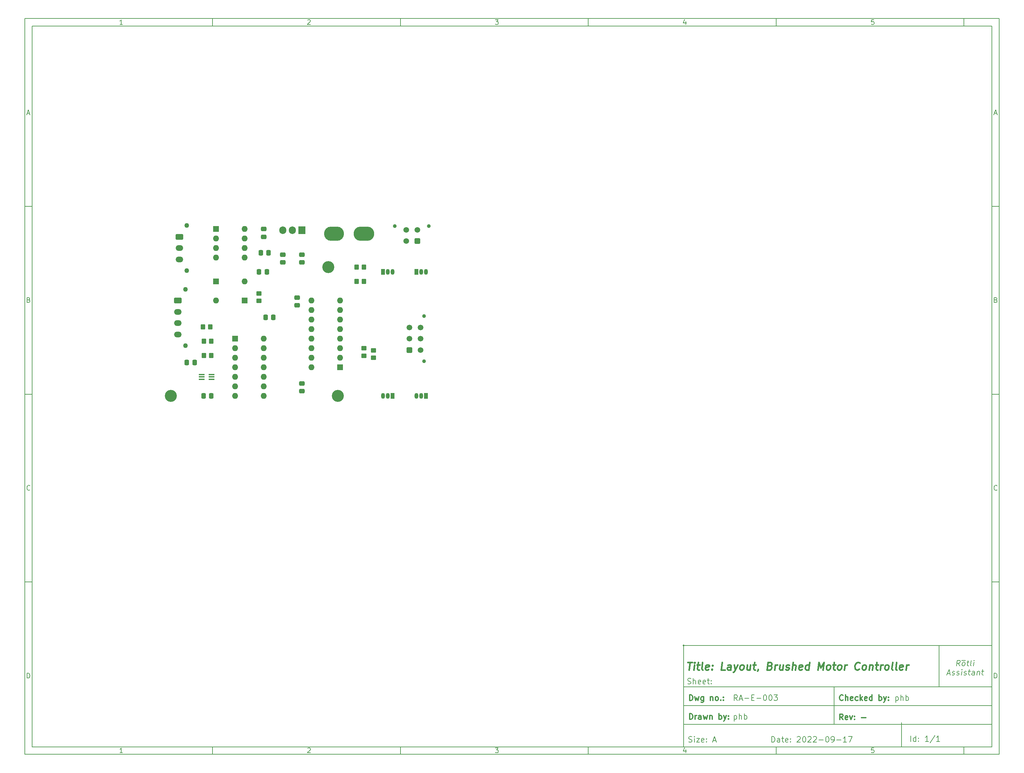
<source format=gbr>
%TF.GenerationSoftware,KiCad,Pcbnew,(6.0.7)*%
%TF.CreationDate,2022-09-17T11:26:47-05:00*%
%TF.ProjectId,BrushlessController,42727573-686c-4657-9373-436f6e74726f,-*%
%TF.SameCoordinates,Original*%
%TF.FileFunction,Soldermask,Top*%
%TF.FilePolarity,Negative*%
%FSLAX46Y46*%
G04 Gerber Fmt 4.6, Leading zero omitted, Abs format (unit mm)*
G04 Created by KiCad (PCBNEW (6.0.7)) date 2022-09-17 11:26:47*
%MOMM*%
%LPD*%
G01*
G04 APERTURE LIST*
G04 Aperture macros list*
%AMRoundRect*
0 Rectangle with rounded corners*
0 $1 Rounding radius*
0 $2 $3 $4 $5 $6 $7 $8 $9 X,Y pos of 4 corners*
0 Add a 4 corners polygon primitive as box body*
4,1,4,$2,$3,$4,$5,$6,$7,$8,$9,$2,$3,0*
0 Add four circle primitives for the rounded corners*
1,1,$1+$1,$2,$3*
1,1,$1+$1,$4,$5*
1,1,$1+$1,$6,$7*
1,1,$1+$1,$8,$9*
0 Add four rect primitives between the rounded corners*
20,1,$1+$1,$2,$3,$4,$5,0*
20,1,$1+$1,$4,$5,$6,$7,0*
20,1,$1+$1,$6,$7,$8,$9,0*
20,1,$1+$1,$8,$9,$2,$3,0*%
G04 Aperture macros list end*
%ADD10C,0.100000*%
%ADD11C,0.150000*%
%ADD12C,0.300000*%
%ADD13C,0.400000*%
%ADD14C,0.508000*%
%ADD15C,3.200000*%
%ADD16R,1.600000X1.600000*%
%ADD17O,1.600000X1.600000*%
%ADD18RoundRect,0.250000X-0.337500X-0.475000X0.337500X-0.475000X0.337500X0.475000X-0.337500X0.475000X0*%
%ADD19RoundRect,0.250000X0.475000X-0.337500X0.475000X0.337500X-0.475000X0.337500X-0.475000X-0.337500X0*%
%ADD20R,1.050000X1.500000*%
%ADD21O,1.050000X1.500000*%
%ADD22RoundRect,0.250000X-0.475000X0.337500X-0.475000X-0.337500X0.475000X-0.337500X0.475000X0.337500X0*%
%ADD23O,5.500000X3.800000*%
%ADD24O,5.300000X3.800000*%
%ADD25RoundRect,0.250000X-0.350000X-0.450000X0.350000X-0.450000X0.350000X0.450000X-0.350000X0.450000X0*%
%ADD26RoundRect,0.250000X-0.450000X0.350000X-0.450000X-0.350000X0.450000X-0.350000X0.450000X0.350000X0*%
%ADD27C,1.270000*%
%ADD28RoundRect,0.250001X-0.759999X0.499999X-0.759999X-0.499999X0.759999X-0.499999X0.759999X0.499999X0*%
%ADD29O,2.020000X1.500000*%
%ADD30C,1.000000*%
%ADD31RoundRect,0.250001X0.499999X0.499999X-0.499999X0.499999X-0.499999X-0.499999X0.499999X-0.499999X0*%
%ADD32C,1.500000*%
%ADD33RoundRect,0.250000X0.350000X0.450000X-0.350000X0.450000X-0.350000X-0.450000X0.350000X-0.450000X0*%
%ADD34RoundRect,0.250001X0.499999X-0.499999X0.499999X0.499999X-0.499999X0.499999X-0.499999X-0.499999X0*%
%ADD35R,1.500000X0.400000*%
%ADD36RoundRect,0.250000X0.450000X-0.350000X0.450000X0.350000X-0.450000X0.350000X-0.450000X-0.350000X0*%
%ADD37R,1.905000X2.000000*%
%ADD38O,1.905000X2.000000*%
%ADD39RoundRect,0.250000X0.337500X0.475000X-0.337500X0.475000X-0.337500X-0.475000X0.337500X-0.475000X0*%
G04 APERTURE END LIST*
D10*
D11*
X10000000Y-10000000D02*
X10000000Y-205900000D01*
X269400000Y-205900000D01*
X269400000Y-10000000D01*
X10000000Y-10000000D01*
D10*
D11*
X12000000Y-12000000D02*
X12000000Y-203900000D01*
X267400000Y-203900000D01*
X267400000Y-12000000D01*
X12000000Y-12000000D01*
D10*
D11*
X60000000Y-12000000D02*
X60000000Y-10000000D01*
D10*
D11*
X110000000Y-12000000D02*
X110000000Y-10000000D01*
D10*
D11*
X160000000Y-12000000D02*
X160000000Y-10000000D01*
D10*
D11*
X210000000Y-12000000D02*
X210000000Y-10000000D01*
D10*
D11*
X260000000Y-12000000D02*
X260000000Y-10000000D01*
D10*
D11*
X36065476Y-11588095D02*
X35322619Y-11588095D01*
X35694047Y-11588095D02*
X35694047Y-10288095D01*
X35570238Y-10473809D01*
X35446428Y-10597619D01*
X35322619Y-10659523D01*
D10*
D11*
X85322619Y-10411904D02*
X85384523Y-10350000D01*
X85508333Y-10288095D01*
X85817857Y-10288095D01*
X85941666Y-10350000D01*
X86003571Y-10411904D01*
X86065476Y-10535714D01*
X86065476Y-10659523D01*
X86003571Y-10845238D01*
X85260714Y-11588095D01*
X86065476Y-11588095D01*
D10*
D11*
X135260714Y-10288095D02*
X136065476Y-10288095D01*
X135632142Y-10783333D01*
X135817857Y-10783333D01*
X135941666Y-10845238D01*
X136003571Y-10907142D01*
X136065476Y-11030952D01*
X136065476Y-11340476D01*
X136003571Y-11464285D01*
X135941666Y-11526190D01*
X135817857Y-11588095D01*
X135446428Y-11588095D01*
X135322619Y-11526190D01*
X135260714Y-11464285D01*
D10*
D11*
X185941666Y-10721428D02*
X185941666Y-11588095D01*
X185632142Y-10226190D02*
X185322619Y-11154761D01*
X186127380Y-11154761D01*
D10*
D11*
X236003571Y-10288095D02*
X235384523Y-10288095D01*
X235322619Y-10907142D01*
X235384523Y-10845238D01*
X235508333Y-10783333D01*
X235817857Y-10783333D01*
X235941666Y-10845238D01*
X236003571Y-10907142D01*
X236065476Y-11030952D01*
X236065476Y-11340476D01*
X236003571Y-11464285D01*
X235941666Y-11526190D01*
X235817857Y-11588095D01*
X235508333Y-11588095D01*
X235384523Y-11526190D01*
X235322619Y-11464285D01*
D10*
D11*
X60000000Y-203900000D02*
X60000000Y-205900000D01*
D10*
D11*
X110000000Y-203900000D02*
X110000000Y-205900000D01*
D10*
D11*
X160000000Y-203900000D02*
X160000000Y-205900000D01*
D10*
D11*
X210000000Y-203900000D02*
X210000000Y-205900000D01*
D10*
D11*
X260000000Y-203900000D02*
X260000000Y-205900000D01*
D10*
D11*
X36065476Y-205488095D02*
X35322619Y-205488095D01*
X35694047Y-205488095D02*
X35694047Y-204188095D01*
X35570238Y-204373809D01*
X35446428Y-204497619D01*
X35322619Y-204559523D01*
D10*
D11*
X85322619Y-204311904D02*
X85384523Y-204250000D01*
X85508333Y-204188095D01*
X85817857Y-204188095D01*
X85941666Y-204250000D01*
X86003571Y-204311904D01*
X86065476Y-204435714D01*
X86065476Y-204559523D01*
X86003571Y-204745238D01*
X85260714Y-205488095D01*
X86065476Y-205488095D01*
D10*
D11*
X135260714Y-204188095D02*
X136065476Y-204188095D01*
X135632142Y-204683333D01*
X135817857Y-204683333D01*
X135941666Y-204745238D01*
X136003571Y-204807142D01*
X136065476Y-204930952D01*
X136065476Y-205240476D01*
X136003571Y-205364285D01*
X135941666Y-205426190D01*
X135817857Y-205488095D01*
X135446428Y-205488095D01*
X135322619Y-205426190D01*
X135260714Y-205364285D01*
D10*
D11*
X185941666Y-204621428D02*
X185941666Y-205488095D01*
X185632142Y-204126190D02*
X185322619Y-205054761D01*
X186127380Y-205054761D01*
D10*
D11*
X236003571Y-204188095D02*
X235384523Y-204188095D01*
X235322619Y-204807142D01*
X235384523Y-204745238D01*
X235508333Y-204683333D01*
X235817857Y-204683333D01*
X235941666Y-204745238D01*
X236003571Y-204807142D01*
X236065476Y-204930952D01*
X236065476Y-205240476D01*
X236003571Y-205364285D01*
X235941666Y-205426190D01*
X235817857Y-205488095D01*
X235508333Y-205488095D01*
X235384523Y-205426190D01*
X235322619Y-205364285D01*
D10*
D11*
X10000000Y-60000000D02*
X12000000Y-60000000D01*
D10*
D11*
X10000000Y-110000000D02*
X12000000Y-110000000D01*
D10*
D11*
X10000000Y-160000000D02*
X12000000Y-160000000D01*
D10*
D11*
X10690476Y-35216666D02*
X11309523Y-35216666D01*
X10566666Y-35588095D02*
X11000000Y-34288095D01*
X11433333Y-35588095D01*
D10*
D11*
X11092857Y-84907142D02*
X11278571Y-84969047D01*
X11340476Y-85030952D01*
X11402380Y-85154761D01*
X11402380Y-85340476D01*
X11340476Y-85464285D01*
X11278571Y-85526190D01*
X11154761Y-85588095D01*
X10659523Y-85588095D01*
X10659523Y-84288095D01*
X11092857Y-84288095D01*
X11216666Y-84350000D01*
X11278571Y-84411904D01*
X11340476Y-84535714D01*
X11340476Y-84659523D01*
X11278571Y-84783333D01*
X11216666Y-84845238D01*
X11092857Y-84907142D01*
X10659523Y-84907142D01*
D10*
D11*
X11402380Y-135464285D02*
X11340476Y-135526190D01*
X11154761Y-135588095D01*
X11030952Y-135588095D01*
X10845238Y-135526190D01*
X10721428Y-135402380D01*
X10659523Y-135278571D01*
X10597619Y-135030952D01*
X10597619Y-134845238D01*
X10659523Y-134597619D01*
X10721428Y-134473809D01*
X10845238Y-134350000D01*
X11030952Y-134288095D01*
X11154761Y-134288095D01*
X11340476Y-134350000D01*
X11402380Y-134411904D01*
D10*
D11*
X10659523Y-185588095D02*
X10659523Y-184288095D01*
X10969047Y-184288095D01*
X11154761Y-184350000D01*
X11278571Y-184473809D01*
X11340476Y-184597619D01*
X11402380Y-184845238D01*
X11402380Y-185030952D01*
X11340476Y-185278571D01*
X11278571Y-185402380D01*
X11154761Y-185526190D01*
X10969047Y-185588095D01*
X10659523Y-185588095D01*
D10*
D11*
X269400000Y-60000000D02*
X267400000Y-60000000D01*
D10*
D11*
X269400000Y-110000000D02*
X267400000Y-110000000D01*
D10*
D11*
X269400000Y-160000000D02*
X267400000Y-160000000D01*
D10*
D11*
X268090476Y-35216666D02*
X268709523Y-35216666D01*
X267966666Y-35588095D02*
X268400000Y-34288095D01*
X268833333Y-35588095D01*
D10*
D11*
X268492857Y-84907142D02*
X268678571Y-84969047D01*
X268740476Y-85030952D01*
X268802380Y-85154761D01*
X268802380Y-85340476D01*
X268740476Y-85464285D01*
X268678571Y-85526190D01*
X268554761Y-85588095D01*
X268059523Y-85588095D01*
X268059523Y-84288095D01*
X268492857Y-84288095D01*
X268616666Y-84350000D01*
X268678571Y-84411904D01*
X268740476Y-84535714D01*
X268740476Y-84659523D01*
X268678571Y-84783333D01*
X268616666Y-84845238D01*
X268492857Y-84907142D01*
X268059523Y-84907142D01*
D10*
D11*
X268802380Y-135464285D02*
X268740476Y-135526190D01*
X268554761Y-135588095D01*
X268430952Y-135588095D01*
X268245238Y-135526190D01*
X268121428Y-135402380D01*
X268059523Y-135278571D01*
X267997619Y-135030952D01*
X267997619Y-134845238D01*
X268059523Y-134597619D01*
X268121428Y-134473809D01*
X268245238Y-134350000D01*
X268430952Y-134288095D01*
X268554761Y-134288095D01*
X268740476Y-134350000D01*
X268802380Y-134411904D01*
D10*
D11*
X268059523Y-185588095D02*
X268059523Y-184288095D01*
X268369047Y-184288095D01*
X268554761Y-184350000D01*
X268678571Y-184473809D01*
X268740476Y-184597619D01*
X268802380Y-184845238D01*
X268802380Y-185030952D01*
X268740476Y-185278571D01*
X268678571Y-185402380D01*
X268554761Y-185526190D01*
X268369047Y-185588095D01*
X268059523Y-185588095D01*
D10*
D11*
X208832142Y-202678371D02*
X208832142Y-201178371D01*
X209189285Y-201178371D01*
X209403571Y-201249800D01*
X209546428Y-201392657D01*
X209617857Y-201535514D01*
X209689285Y-201821228D01*
X209689285Y-202035514D01*
X209617857Y-202321228D01*
X209546428Y-202464085D01*
X209403571Y-202606942D01*
X209189285Y-202678371D01*
X208832142Y-202678371D01*
X210975000Y-202678371D02*
X210975000Y-201892657D01*
X210903571Y-201749800D01*
X210760714Y-201678371D01*
X210475000Y-201678371D01*
X210332142Y-201749800D01*
X210975000Y-202606942D02*
X210832142Y-202678371D01*
X210475000Y-202678371D01*
X210332142Y-202606942D01*
X210260714Y-202464085D01*
X210260714Y-202321228D01*
X210332142Y-202178371D01*
X210475000Y-202106942D01*
X210832142Y-202106942D01*
X210975000Y-202035514D01*
X211475000Y-201678371D02*
X212046428Y-201678371D01*
X211689285Y-201178371D02*
X211689285Y-202464085D01*
X211760714Y-202606942D01*
X211903571Y-202678371D01*
X212046428Y-202678371D01*
X213117857Y-202606942D02*
X212975000Y-202678371D01*
X212689285Y-202678371D01*
X212546428Y-202606942D01*
X212475000Y-202464085D01*
X212475000Y-201892657D01*
X212546428Y-201749800D01*
X212689285Y-201678371D01*
X212975000Y-201678371D01*
X213117857Y-201749800D01*
X213189285Y-201892657D01*
X213189285Y-202035514D01*
X212475000Y-202178371D01*
X213832142Y-202535514D02*
X213903571Y-202606942D01*
X213832142Y-202678371D01*
X213760714Y-202606942D01*
X213832142Y-202535514D01*
X213832142Y-202678371D01*
X213832142Y-201749800D02*
X213903571Y-201821228D01*
X213832142Y-201892657D01*
X213760714Y-201821228D01*
X213832142Y-201749800D01*
X213832142Y-201892657D01*
X215617857Y-201321228D02*
X215689285Y-201249800D01*
X215832142Y-201178371D01*
X216189285Y-201178371D01*
X216332142Y-201249800D01*
X216403571Y-201321228D01*
X216475000Y-201464085D01*
X216475000Y-201606942D01*
X216403571Y-201821228D01*
X215546428Y-202678371D01*
X216475000Y-202678371D01*
X217403571Y-201178371D02*
X217546428Y-201178371D01*
X217689285Y-201249800D01*
X217760714Y-201321228D01*
X217832142Y-201464085D01*
X217903571Y-201749800D01*
X217903571Y-202106942D01*
X217832142Y-202392657D01*
X217760714Y-202535514D01*
X217689285Y-202606942D01*
X217546428Y-202678371D01*
X217403571Y-202678371D01*
X217260714Y-202606942D01*
X217189285Y-202535514D01*
X217117857Y-202392657D01*
X217046428Y-202106942D01*
X217046428Y-201749800D01*
X217117857Y-201464085D01*
X217189285Y-201321228D01*
X217260714Y-201249800D01*
X217403571Y-201178371D01*
X218475000Y-201321228D02*
X218546428Y-201249800D01*
X218689285Y-201178371D01*
X219046428Y-201178371D01*
X219189285Y-201249800D01*
X219260714Y-201321228D01*
X219332142Y-201464085D01*
X219332142Y-201606942D01*
X219260714Y-201821228D01*
X218403571Y-202678371D01*
X219332142Y-202678371D01*
X219903571Y-201321228D02*
X219975000Y-201249800D01*
X220117857Y-201178371D01*
X220475000Y-201178371D01*
X220617857Y-201249800D01*
X220689285Y-201321228D01*
X220760714Y-201464085D01*
X220760714Y-201606942D01*
X220689285Y-201821228D01*
X219832142Y-202678371D01*
X220760714Y-202678371D01*
X221403571Y-202106942D02*
X222546428Y-202106942D01*
X223546428Y-201178371D02*
X223689285Y-201178371D01*
X223832142Y-201249800D01*
X223903571Y-201321228D01*
X223975000Y-201464085D01*
X224046428Y-201749800D01*
X224046428Y-202106942D01*
X223975000Y-202392657D01*
X223903571Y-202535514D01*
X223832142Y-202606942D01*
X223689285Y-202678371D01*
X223546428Y-202678371D01*
X223403571Y-202606942D01*
X223332142Y-202535514D01*
X223260714Y-202392657D01*
X223189285Y-202106942D01*
X223189285Y-201749800D01*
X223260714Y-201464085D01*
X223332142Y-201321228D01*
X223403571Y-201249800D01*
X223546428Y-201178371D01*
X224760714Y-202678371D02*
X225046428Y-202678371D01*
X225189285Y-202606942D01*
X225260714Y-202535514D01*
X225403571Y-202321228D01*
X225475000Y-202035514D01*
X225475000Y-201464085D01*
X225403571Y-201321228D01*
X225332142Y-201249800D01*
X225189285Y-201178371D01*
X224903571Y-201178371D01*
X224760714Y-201249800D01*
X224689285Y-201321228D01*
X224617857Y-201464085D01*
X224617857Y-201821228D01*
X224689285Y-201964085D01*
X224760714Y-202035514D01*
X224903571Y-202106942D01*
X225189285Y-202106942D01*
X225332142Y-202035514D01*
X225403571Y-201964085D01*
X225475000Y-201821228D01*
X226117857Y-202106942D02*
X227260714Y-202106942D01*
X228760714Y-202678371D02*
X227903571Y-202678371D01*
X228332142Y-202678371D02*
X228332142Y-201178371D01*
X228189285Y-201392657D01*
X228046428Y-201535514D01*
X227903571Y-201606942D01*
X229260714Y-201178371D02*
X230260714Y-201178371D01*
X229617857Y-202678371D01*
D10*
D12*
X227809285Y-196678571D02*
X227309285Y-195964285D01*
X226952142Y-196678571D02*
X226952142Y-195178571D01*
X227523571Y-195178571D01*
X227666428Y-195250000D01*
X227737857Y-195321428D01*
X227809285Y-195464285D01*
X227809285Y-195678571D01*
X227737857Y-195821428D01*
X227666428Y-195892857D01*
X227523571Y-195964285D01*
X226952142Y-195964285D01*
X229023571Y-196607142D02*
X228880714Y-196678571D01*
X228595000Y-196678571D01*
X228452142Y-196607142D01*
X228380714Y-196464285D01*
X228380714Y-195892857D01*
X228452142Y-195750000D01*
X228595000Y-195678571D01*
X228880714Y-195678571D01*
X229023571Y-195750000D01*
X229095000Y-195892857D01*
X229095000Y-196035714D01*
X228380714Y-196178571D01*
X229595000Y-195678571D02*
X229952142Y-196678571D01*
X230309285Y-195678571D01*
X230880714Y-196535714D02*
X230952142Y-196607142D01*
X230880714Y-196678571D01*
X230809285Y-196607142D01*
X230880714Y-196535714D01*
X230880714Y-196678571D01*
X230880714Y-195750000D02*
X230952142Y-195821428D01*
X230880714Y-195892857D01*
X230809285Y-195821428D01*
X230880714Y-195750000D01*
X230880714Y-195892857D01*
X232737857Y-196107142D02*
X233880714Y-196107142D01*
D10*
D11*
X186760714Y-202606942D02*
X186975000Y-202678371D01*
X187332142Y-202678371D01*
X187475000Y-202606942D01*
X187546428Y-202535514D01*
X187617857Y-202392657D01*
X187617857Y-202249800D01*
X187546428Y-202106942D01*
X187475000Y-202035514D01*
X187332142Y-201964085D01*
X187046428Y-201892657D01*
X186903571Y-201821228D01*
X186832142Y-201749800D01*
X186760714Y-201606942D01*
X186760714Y-201464085D01*
X186832142Y-201321228D01*
X186903571Y-201249800D01*
X187046428Y-201178371D01*
X187403571Y-201178371D01*
X187617857Y-201249800D01*
X188260714Y-202678371D02*
X188260714Y-201678371D01*
X188260714Y-201178371D02*
X188189285Y-201249800D01*
X188260714Y-201321228D01*
X188332142Y-201249800D01*
X188260714Y-201178371D01*
X188260714Y-201321228D01*
X188832142Y-201678371D02*
X189617857Y-201678371D01*
X188832142Y-202678371D01*
X189617857Y-202678371D01*
X190760714Y-202606942D02*
X190617857Y-202678371D01*
X190332142Y-202678371D01*
X190189285Y-202606942D01*
X190117857Y-202464085D01*
X190117857Y-201892657D01*
X190189285Y-201749800D01*
X190332142Y-201678371D01*
X190617857Y-201678371D01*
X190760714Y-201749800D01*
X190832142Y-201892657D01*
X190832142Y-202035514D01*
X190117857Y-202178371D01*
X191475000Y-202535514D02*
X191546428Y-202606942D01*
X191475000Y-202678371D01*
X191403571Y-202606942D01*
X191475000Y-202535514D01*
X191475000Y-202678371D01*
X191475000Y-201749800D02*
X191546428Y-201821228D01*
X191475000Y-201892657D01*
X191403571Y-201821228D01*
X191475000Y-201749800D01*
X191475000Y-201892657D01*
X193260714Y-202249800D02*
X193975000Y-202249800D01*
X193117857Y-202678371D02*
X193617857Y-201178371D01*
X194117857Y-202678371D01*
D10*
D11*
X245832142Y-202478571D02*
X245832142Y-200978571D01*
X247189285Y-202478571D02*
X247189285Y-200978571D01*
X247189285Y-202407142D02*
X247046428Y-202478571D01*
X246760714Y-202478571D01*
X246617857Y-202407142D01*
X246546428Y-202335714D01*
X246475000Y-202192857D01*
X246475000Y-201764285D01*
X246546428Y-201621428D01*
X246617857Y-201550000D01*
X246760714Y-201478571D01*
X247046428Y-201478571D01*
X247189285Y-201550000D01*
X247903571Y-202335714D02*
X247975000Y-202407142D01*
X247903571Y-202478571D01*
X247832142Y-202407142D01*
X247903571Y-202335714D01*
X247903571Y-202478571D01*
X247903571Y-201550000D02*
X247975000Y-201621428D01*
X247903571Y-201692857D01*
X247832142Y-201621428D01*
X247903571Y-201550000D01*
X247903571Y-201692857D01*
X250546428Y-202478571D02*
X249689285Y-202478571D01*
X250117857Y-202478571D02*
X250117857Y-200978571D01*
X249975000Y-201192857D01*
X249832142Y-201335714D01*
X249689285Y-201407142D01*
X252260714Y-200907142D02*
X250975000Y-202835714D01*
X253546428Y-202478571D02*
X252689285Y-202478571D01*
X253117857Y-202478571D02*
X253117857Y-200978571D01*
X252975000Y-201192857D01*
X252832142Y-201335714D01*
X252689285Y-201407142D01*
D10*
D13*
X186512380Y-181404561D02*
X187655238Y-181404561D01*
X186833809Y-183404561D02*
X187083809Y-181404561D01*
X188071904Y-183404561D02*
X188238571Y-182071228D01*
X188321904Y-181404561D02*
X188214761Y-181499800D01*
X188298095Y-181595038D01*
X188405238Y-181499800D01*
X188321904Y-181404561D01*
X188298095Y-181595038D01*
X188905238Y-182071228D02*
X189667142Y-182071228D01*
X189274285Y-181404561D02*
X189060000Y-183118847D01*
X189131428Y-183309323D01*
X189310000Y-183404561D01*
X189500476Y-183404561D01*
X190452857Y-183404561D02*
X190274285Y-183309323D01*
X190202857Y-183118847D01*
X190417142Y-181404561D01*
X191988571Y-183309323D02*
X191786190Y-183404561D01*
X191405238Y-183404561D01*
X191226666Y-183309323D01*
X191155238Y-183118847D01*
X191250476Y-182356942D01*
X191369523Y-182166466D01*
X191571904Y-182071228D01*
X191952857Y-182071228D01*
X192131428Y-182166466D01*
X192202857Y-182356942D01*
X192179047Y-182547419D01*
X191202857Y-182737895D01*
X192952857Y-183214085D02*
X193036190Y-183309323D01*
X192929047Y-183404561D01*
X192845714Y-183309323D01*
X192952857Y-183214085D01*
X192929047Y-183404561D01*
X193083809Y-182166466D02*
X193167142Y-182261704D01*
X193060000Y-182356942D01*
X192976666Y-182261704D01*
X193083809Y-182166466D01*
X193060000Y-182356942D01*
X196357619Y-183404561D02*
X195405238Y-183404561D01*
X195655238Y-181404561D01*
X197881428Y-183404561D02*
X198012380Y-182356942D01*
X197940952Y-182166466D01*
X197762380Y-182071228D01*
X197381428Y-182071228D01*
X197179047Y-182166466D01*
X197893333Y-183309323D02*
X197690952Y-183404561D01*
X197214761Y-183404561D01*
X197036190Y-183309323D01*
X196964761Y-183118847D01*
X196988571Y-182928371D01*
X197107619Y-182737895D01*
X197310000Y-182642657D01*
X197786190Y-182642657D01*
X197988571Y-182547419D01*
X198810000Y-182071228D02*
X199119523Y-183404561D01*
X199762380Y-182071228D02*
X199119523Y-183404561D01*
X198869523Y-183880752D01*
X198762380Y-183975990D01*
X198560000Y-184071228D01*
X200643333Y-183404561D02*
X200464761Y-183309323D01*
X200381428Y-183214085D01*
X200310000Y-183023609D01*
X200381428Y-182452180D01*
X200500476Y-182261704D01*
X200607619Y-182166466D01*
X200810000Y-182071228D01*
X201095714Y-182071228D01*
X201274285Y-182166466D01*
X201357619Y-182261704D01*
X201429047Y-182452180D01*
X201357619Y-183023609D01*
X201238571Y-183214085D01*
X201131428Y-183309323D01*
X200929047Y-183404561D01*
X200643333Y-183404561D01*
X203190952Y-182071228D02*
X203024285Y-183404561D01*
X202333809Y-182071228D02*
X202202857Y-183118847D01*
X202274285Y-183309323D01*
X202452857Y-183404561D01*
X202738571Y-183404561D01*
X202940952Y-183309323D01*
X203048095Y-183214085D01*
X203857619Y-182071228D02*
X204619523Y-182071228D01*
X204226666Y-181404561D02*
X204012380Y-183118847D01*
X204083809Y-183309323D01*
X204262380Y-183404561D01*
X204452857Y-183404561D01*
X205226666Y-183309323D02*
X205214761Y-183404561D01*
X205095714Y-183595038D01*
X204988571Y-183690276D01*
X208393333Y-182356942D02*
X208667142Y-182452180D01*
X208750476Y-182547419D01*
X208821904Y-182737895D01*
X208786190Y-183023609D01*
X208667142Y-183214085D01*
X208560000Y-183309323D01*
X208357619Y-183404561D01*
X207595714Y-183404561D01*
X207845714Y-181404561D01*
X208512380Y-181404561D01*
X208690952Y-181499800D01*
X208774285Y-181595038D01*
X208845714Y-181785514D01*
X208821904Y-181975990D01*
X208702857Y-182166466D01*
X208595714Y-182261704D01*
X208393333Y-182356942D01*
X207726666Y-182356942D01*
X209595714Y-183404561D02*
X209762380Y-182071228D01*
X209714761Y-182452180D02*
X209833809Y-182261704D01*
X209940952Y-182166466D01*
X210143333Y-182071228D01*
X210333809Y-182071228D01*
X211857619Y-182071228D02*
X211690952Y-183404561D01*
X211000476Y-182071228D02*
X210869523Y-183118847D01*
X210940952Y-183309323D01*
X211119523Y-183404561D01*
X211405238Y-183404561D01*
X211607619Y-183309323D01*
X211714761Y-183214085D01*
X212560000Y-183309323D02*
X212738571Y-183404561D01*
X213119523Y-183404561D01*
X213321904Y-183309323D01*
X213440952Y-183118847D01*
X213452857Y-183023609D01*
X213381428Y-182833133D01*
X213202857Y-182737895D01*
X212917142Y-182737895D01*
X212738571Y-182642657D01*
X212667142Y-182452180D01*
X212679047Y-182356942D01*
X212798095Y-182166466D01*
X213000476Y-182071228D01*
X213286190Y-182071228D01*
X213464761Y-182166466D01*
X214262380Y-183404561D02*
X214512380Y-181404561D01*
X215119523Y-183404561D02*
X215250476Y-182356942D01*
X215179047Y-182166466D01*
X215000476Y-182071228D01*
X214714761Y-182071228D01*
X214512380Y-182166466D01*
X214405238Y-182261704D01*
X216845714Y-183309323D02*
X216643333Y-183404561D01*
X216262380Y-183404561D01*
X216083809Y-183309323D01*
X216012380Y-183118847D01*
X216107619Y-182356942D01*
X216226666Y-182166466D01*
X216429047Y-182071228D01*
X216810000Y-182071228D01*
X216988571Y-182166466D01*
X217060000Y-182356942D01*
X217036190Y-182547419D01*
X216060000Y-182737895D01*
X218643333Y-183404561D02*
X218893333Y-181404561D01*
X218655238Y-183309323D02*
X218452857Y-183404561D01*
X218071904Y-183404561D01*
X217893333Y-183309323D01*
X217810000Y-183214085D01*
X217738571Y-183023609D01*
X217810000Y-182452180D01*
X217929047Y-182261704D01*
X218036190Y-182166466D01*
X218238571Y-182071228D01*
X218619523Y-182071228D01*
X218798095Y-182166466D01*
X221119523Y-183404561D02*
X221369523Y-181404561D01*
X221857619Y-182833133D01*
X222702857Y-181404561D01*
X222452857Y-183404561D01*
X223690952Y-183404561D02*
X223512380Y-183309323D01*
X223429047Y-183214085D01*
X223357619Y-183023609D01*
X223429047Y-182452180D01*
X223548095Y-182261704D01*
X223655238Y-182166466D01*
X223857619Y-182071228D01*
X224143333Y-182071228D01*
X224321904Y-182166466D01*
X224405238Y-182261704D01*
X224476666Y-182452180D01*
X224405238Y-183023609D01*
X224286190Y-183214085D01*
X224179047Y-183309323D01*
X223976666Y-183404561D01*
X223690952Y-183404561D01*
X225095714Y-182071228D02*
X225857619Y-182071228D01*
X225464761Y-181404561D02*
X225250476Y-183118847D01*
X225321904Y-183309323D01*
X225500476Y-183404561D01*
X225690952Y-183404561D01*
X226643333Y-183404561D02*
X226464761Y-183309323D01*
X226381428Y-183214085D01*
X226310000Y-183023609D01*
X226381428Y-182452180D01*
X226500476Y-182261704D01*
X226607619Y-182166466D01*
X226810000Y-182071228D01*
X227095714Y-182071228D01*
X227274285Y-182166466D01*
X227357619Y-182261704D01*
X227429047Y-182452180D01*
X227357619Y-183023609D01*
X227238571Y-183214085D01*
X227131428Y-183309323D01*
X226929047Y-183404561D01*
X226643333Y-183404561D01*
X228167142Y-183404561D02*
X228333809Y-182071228D01*
X228286190Y-182452180D02*
X228405238Y-182261704D01*
X228512380Y-182166466D01*
X228714761Y-182071228D01*
X228905238Y-182071228D01*
X232095714Y-183214085D02*
X231988571Y-183309323D01*
X231690952Y-183404561D01*
X231500476Y-183404561D01*
X231226666Y-183309323D01*
X231060000Y-183118847D01*
X230988571Y-182928371D01*
X230940952Y-182547419D01*
X230976666Y-182261704D01*
X231119523Y-181880752D01*
X231238571Y-181690276D01*
X231452857Y-181499800D01*
X231750476Y-181404561D01*
X231940952Y-181404561D01*
X232214761Y-181499800D01*
X232298095Y-181595038D01*
X233214761Y-183404561D02*
X233036190Y-183309323D01*
X232952857Y-183214085D01*
X232881428Y-183023609D01*
X232952857Y-182452180D01*
X233071904Y-182261704D01*
X233179047Y-182166466D01*
X233381428Y-182071228D01*
X233667142Y-182071228D01*
X233845714Y-182166466D01*
X233929047Y-182261704D01*
X234000476Y-182452180D01*
X233929047Y-183023609D01*
X233810000Y-183214085D01*
X233702857Y-183309323D01*
X233500476Y-183404561D01*
X233214761Y-183404561D01*
X234905238Y-182071228D02*
X234738571Y-183404561D01*
X234881428Y-182261704D02*
X234988571Y-182166466D01*
X235190952Y-182071228D01*
X235476666Y-182071228D01*
X235655238Y-182166466D01*
X235726666Y-182356942D01*
X235595714Y-183404561D01*
X236429047Y-182071228D02*
X237190952Y-182071228D01*
X236798095Y-181404561D02*
X236583809Y-183118847D01*
X236655238Y-183309323D01*
X236833809Y-183404561D01*
X237024285Y-183404561D01*
X237690952Y-183404561D02*
X237857619Y-182071228D01*
X237809999Y-182452180D02*
X237929047Y-182261704D01*
X238036190Y-182166466D01*
X238238571Y-182071228D01*
X238429047Y-182071228D01*
X239214761Y-183404561D02*
X239036190Y-183309323D01*
X238952857Y-183214085D01*
X238881428Y-183023609D01*
X238952857Y-182452180D01*
X239071904Y-182261704D01*
X239179047Y-182166466D01*
X239381428Y-182071228D01*
X239667142Y-182071228D01*
X239845714Y-182166466D01*
X239929047Y-182261704D01*
X240000476Y-182452180D01*
X239929047Y-183023609D01*
X239809999Y-183214085D01*
X239702857Y-183309323D01*
X239500476Y-183404561D01*
X239214761Y-183404561D01*
X241024285Y-183404561D02*
X240845714Y-183309323D01*
X240774285Y-183118847D01*
X240988571Y-181404561D01*
X242071904Y-183404561D02*
X241893333Y-183309323D01*
X241821904Y-183118847D01*
X242036190Y-181404561D01*
X243607619Y-183309323D02*
X243405238Y-183404561D01*
X243024285Y-183404561D01*
X242845714Y-183309323D01*
X242774285Y-183118847D01*
X242869523Y-182356942D01*
X242988571Y-182166466D01*
X243190952Y-182071228D01*
X243571904Y-182071228D01*
X243750476Y-182166466D01*
X243821904Y-182356942D01*
X243798095Y-182547419D01*
X242821904Y-182737895D01*
X244548095Y-183404561D02*
X244714761Y-182071228D01*
X244667142Y-182452180D02*
X244786190Y-182261704D01*
X244893333Y-182166466D01*
X245095714Y-182071228D01*
X245286190Y-182071228D01*
D10*
D11*
X186460714Y-187106942D02*
X186675000Y-187178371D01*
X187032142Y-187178371D01*
X187175000Y-187106942D01*
X187246428Y-187035514D01*
X187317857Y-186892657D01*
X187317857Y-186749800D01*
X187246428Y-186606942D01*
X187175000Y-186535514D01*
X187032142Y-186464085D01*
X186746428Y-186392657D01*
X186603571Y-186321228D01*
X186532142Y-186249800D01*
X186460714Y-186106942D01*
X186460714Y-185964085D01*
X186532142Y-185821228D01*
X186603571Y-185749800D01*
X186746428Y-185678371D01*
X187103571Y-185678371D01*
X187317857Y-185749800D01*
X187960714Y-187178371D02*
X187960714Y-185678371D01*
X188603571Y-187178371D02*
X188603571Y-186392657D01*
X188532142Y-186249800D01*
X188389285Y-186178371D01*
X188175000Y-186178371D01*
X188032142Y-186249800D01*
X187960714Y-186321228D01*
X189889285Y-187106942D02*
X189746428Y-187178371D01*
X189460714Y-187178371D01*
X189317857Y-187106942D01*
X189246428Y-186964085D01*
X189246428Y-186392657D01*
X189317857Y-186249800D01*
X189460714Y-186178371D01*
X189746428Y-186178371D01*
X189889285Y-186249800D01*
X189960714Y-186392657D01*
X189960714Y-186535514D01*
X189246428Y-186678371D01*
X191175000Y-187106942D02*
X191032142Y-187178371D01*
X190746428Y-187178371D01*
X190603571Y-187106942D01*
X190532142Y-186964085D01*
X190532142Y-186392657D01*
X190603571Y-186249800D01*
X190746428Y-186178371D01*
X191032142Y-186178371D01*
X191175000Y-186249800D01*
X191246428Y-186392657D01*
X191246428Y-186535514D01*
X190532142Y-186678371D01*
X191675000Y-186178371D02*
X192246428Y-186178371D01*
X191889285Y-185678371D02*
X191889285Y-186964085D01*
X191960714Y-187106942D01*
X192103571Y-187178371D01*
X192246428Y-187178371D01*
X192746428Y-187035514D02*
X192817857Y-187106942D01*
X192746428Y-187178371D01*
X192675000Y-187106942D01*
X192746428Y-187035514D01*
X192746428Y-187178371D01*
X192746428Y-186249800D02*
X192817857Y-186321228D01*
X192746428Y-186392657D01*
X192675000Y-186321228D01*
X192746428Y-186249800D01*
X192746428Y-186392657D01*
D10*
D11*
X199689285Y-191578371D02*
X199189285Y-190864085D01*
X198832142Y-191578371D02*
X198832142Y-190078371D01*
X199403571Y-190078371D01*
X199546428Y-190149800D01*
X199617857Y-190221228D01*
X199689285Y-190364085D01*
X199689285Y-190578371D01*
X199617857Y-190721228D01*
X199546428Y-190792657D01*
X199403571Y-190864085D01*
X198832142Y-190864085D01*
X200260714Y-191149800D02*
X200975000Y-191149800D01*
X200117857Y-191578371D02*
X200617857Y-190078371D01*
X201117857Y-191578371D01*
X201617857Y-191006942D02*
X202760714Y-191006942D01*
X203475000Y-190792657D02*
X203975000Y-190792657D01*
X204189285Y-191578371D02*
X203475000Y-191578371D01*
X203475000Y-190078371D01*
X204189285Y-190078371D01*
X204832142Y-191006942D02*
X205975000Y-191006942D01*
X206975000Y-190078371D02*
X207117857Y-190078371D01*
X207260714Y-190149800D01*
X207332142Y-190221228D01*
X207403571Y-190364085D01*
X207475000Y-190649800D01*
X207475000Y-191006942D01*
X207403571Y-191292657D01*
X207332142Y-191435514D01*
X207260714Y-191506942D01*
X207117857Y-191578371D01*
X206975000Y-191578371D01*
X206832142Y-191506942D01*
X206760714Y-191435514D01*
X206689285Y-191292657D01*
X206617857Y-191006942D01*
X206617857Y-190649800D01*
X206689285Y-190364085D01*
X206760714Y-190221228D01*
X206832142Y-190149800D01*
X206975000Y-190078371D01*
X208403571Y-190078371D02*
X208546428Y-190078371D01*
X208689285Y-190149800D01*
X208760714Y-190221228D01*
X208832142Y-190364085D01*
X208903571Y-190649800D01*
X208903571Y-191006942D01*
X208832142Y-191292657D01*
X208760714Y-191435514D01*
X208689285Y-191506942D01*
X208546428Y-191578371D01*
X208403571Y-191578371D01*
X208260714Y-191506942D01*
X208189285Y-191435514D01*
X208117857Y-191292657D01*
X208046428Y-191006942D01*
X208046428Y-190649800D01*
X208117857Y-190364085D01*
X208189285Y-190221228D01*
X208260714Y-190149800D01*
X208403571Y-190078371D01*
X209403571Y-190078371D02*
X210332142Y-190078371D01*
X209832142Y-190649800D01*
X210046428Y-190649800D01*
X210189285Y-190721228D01*
X210260714Y-190792657D01*
X210332142Y-190935514D01*
X210332142Y-191292657D01*
X210260714Y-191435514D01*
X210189285Y-191506942D01*
X210046428Y-191578371D01*
X209617857Y-191578371D01*
X209475000Y-191506942D01*
X209403571Y-191435514D01*
D10*
D11*
X241832142Y-190578371D02*
X241832142Y-192078371D01*
X241832142Y-190649800D02*
X241975000Y-190578371D01*
X242260714Y-190578371D01*
X242403571Y-190649800D01*
X242475000Y-190721228D01*
X242546428Y-190864085D01*
X242546428Y-191292657D01*
X242475000Y-191435514D01*
X242403571Y-191506942D01*
X242260714Y-191578371D01*
X241975000Y-191578371D01*
X241832142Y-191506942D01*
X243189285Y-191578371D02*
X243189285Y-190078371D01*
X243832142Y-191578371D02*
X243832142Y-190792657D01*
X243760714Y-190649800D01*
X243617857Y-190578371D01*
X243403571Y-190578371D01*
X243260714Y-190649800D01*
X243189285Y-190721228D01*
X244546428Y-191578371D02*
X244546428Y-190078371D01*
X244546428Y-190649800D02*
X244689285Y-190578371D01*
X244975000Y-190578371D01*
X245117857Y-190649800D01*
X245189285Y-190721228D01*
X245260714Y-190864085D01*
X245260714Y-191292657D01*
X245189285Y-191435514D01*
X245117857Y-191506942D01*
X244975000Y-191578371D01*
X244689285Y-191578371D01*
X244546428Y-191506942D01*
D10*
D11*
X198832142Y-195578371D02*
X198832142Y-197078371D01*
X198832142Y-195649800D02*
X198975000Y-195578371D01*
X199260714Y-195578371D01*
X199403571Y-195649800D01*
X199475000Y-195721228D01*
X199546428Y-195864085D01*
X199546428Y-196292657D01*
X199475000Y-196435514D01*
X199403571Y-196506942D01*
X199260714Y-196578371D01*
X198975000Y-196578371D01*
X198832142Y-196506942D01*
X200189285Y-196578371D02*
X200189285Y-195078371D01*
X200832142Y-196578371D02*
X200832142Y-195792657D01*
X200760714Y-195649800D01*
X200617857Y-195578371D01*
X200403571Y-195578371D01*
X200260714Y-195649800D01*
X200189285Y-195721228D01*
X201546428Y-196578371D02*
X201546428Y-195078371D01*
X201546428Y-195649800D02*
X201689285Y-195578371D01*
X201975000Y-195578371D01*
X202117857Y-195649800D01*
X202189285Y-195721228D01*
X202260714Y-195864085D01*
X202260714Y-196292657D01*
X202189285Y-196435514D01*
X202117857Y-196506942D01*
X201975000Y-196578371D01*
X201689285Y-196578371D01*
X201546428Y-196506942D01*
D10*
D11*
X243400000Y-197400000D02*
X243400000Y-203900000D01*
D10*
D11*
X267411000Y-187897800D02*
X267411000Y-176897800D01*
X185411000Y-176897800D01*
X185411000Y-187897800D01*
X267411000Y-187897800D01*
D10*
D14*
X185411000Y-176898000D02*
X185411000Y-176898000D01*
X185411000Y-176898000D01*
X185411000Y-176898000D01*
X185411000Y-176898000D01*
D10*
D12*
X186963142Y-196576571D02*
X186963142Y-195076571D01*
X187320285Y-195076571D01*
X187534571Y-195148000D01*
X187677428Y-195290857D01*
X187748857Y-195433714D01*
X187820285Y-195719428D01*
X187820285Y-195933714D01*
X187748857Y-196219428D01*
X187677428Y-196362285D01*
X187534571Y-196505142D01*
X187320285Y-196576571D01*
X186963142Y-196576571D01*
X188463142Y-196576571D02*
X188463142Y-195576571D01*
X188463142Y-195862285D02*
X188534571Y-195719428D01*
X188606000Y-195648000D01*
X188748857Y-195576571D01*
X188891714Y-195576571D01*
X190034571Y-196576571D02*
X190034571Y-195790857D01*
X189963142Y-195648000D01*
X189820285Y-195576571D01*
X189534571Y-195576571D01*
X189391714Y-195648000D01*
X190034571Y-196505142D02*
X189891714Y-196576571D01*
X189534571Y-196576571D01*
X189391714Y-196505142D01*
X189320285Y-196362285D01*
X189320285Y-196219428D01*
X189391714Y-196076571D01*
X189534571Y-196005142D01*
X189891714Y-196005142D01*
X190034571Y-195933714D01*
X190606000Y-195576571D02*
X190891714Y-196576571D01*
X191177428Y-195862285D01*
X191463142Y-196576571D01*
X191748857Y-195576571D01*
X192320285Y-195576571D02*
X192320285Y-196576571D01*
X192320285Y-195719428D02*
X192391714Y-195648000D01*
X192534571Y-195576571D01*
X192748857Y-195576571D01*
X192891714Y-195648000D01*
X192963142Y-195790857D01*
X192963142Y-196576571D01*
X194820285Y-196576571D02*
X194820285Y-195076571D01*
X194820285Y-195648000D02*
X194963142Y-195576571D01*
X195248857Y-195576571D01*
X195391714Y-195648000D01*
X195463142Y-195719428D01*
X195534571Y-195862285D01*
X195534571Y-196290857D01*
X195463142Y-196433714D01*
X195391714Y-196505142D01*
X195248857Y-196576571D01*
X194963142Y-196576571D01*
X194820285Y-196505142D01*
X196034571Y-195576571D02*
X196391714Y-196576571D01*
X196748857Y-195576571D02*
X196391714Y-196576571D01*
X196248857Y-196933714D01*
X196177428Y-197005142D01*
X196034571Y-197076571D01*
X197320285Y-196433714D02*
X197391714Y-196505142D01*
X197320285Y-196576571D01*
X197248857Y-196505142D01*
X197320285Y-196433714D01*
X197320285Y-196576571D01*
X197320285Y-195648000D02*
X197391714Y-195719428D01*
X197320285Y-195790857D01*
X197248857Y-195719428D01*
X197320285Y-195648000D01*
X197320285Y-195790857D01*
D10*
D11*
X225411000Y-187897800D02*
X225411000Y-192897800D01*
D10*
D12*
X227820285Y-191433714D02*
X227748857Y-191505142D01*
X227534571Y-191576571D01*
X227391714Y-191576571D01*
X227177428Y-191505142D01*
X227034571Y-191362285D01*
X226963142Y-191219428D01*
X226891714Y-190933714D01*
X226891714Y-190719428D01*
X226963142Y-190433714D01*
X227034571Y-190290857D01*
X227177428Y-190148000D01*
X227391714Y-190076571D01*
X227534571Y-190076571D01*
X227748857Y-190148000D01*
X227820285Y-190219428D01*
X228463142Y-191576571D02*
X228463142Y-190076571D01*
X229106000Y-191576571D02*
X229106000Y-190790857D01*
X229034571Y-190648000D01*
X228891714Y-190576571D01*
X228677428Y-190576571D01*
X228534571Y-190648000D01*
X228463142Y-190719428D01*
X230391714Y-191505142D02*
X230248857Y-191576571D01*
X229963142Y-191576571D01*
X229820285Y-191505142D01*
X229748857Y-191362285D01*
X229748857Y-190790857D01*
X229820285Y-190648000D01*
X229963142Y-190576571D01*
X230248857Y-190576571D01*
X230391714Y-190648000D01*
X230463142Y-190790857D01*
X230463142Y-190933714D01*
X229748857Y-191076571D01*
X231748857Y-191505142D02*
X231606000Y-191576571D01*
X231320285Y-191576571D01*
X231177428Y-191505142D01*
X231106000Y-191433714D01*
X231034571Y-191290857D01*
X231034571Y-190862285D01*
X231106000Y-190719428D01*
X231177428Y-190648000D01*
X231320285Y-190576571D01*
X231606000Y-190576571D01*
X231748857Y-190648000D01*
X232391714Y-191576571D02*
X232391714Y-190076571D01*
X232534571Y-191005142D02*
X232963142Y-191576571D01*
X232963142Y-190576571D02*
X232391714Y-191148000D01*
X234177428Y-191505142D02*
X234034571Y-191576571D01*
X233748857Y-191576571D01*
X233606000Y-191505142D01*
X233534571Y-191362285D01*
X233534571Y-190790857D01*
X233606000Y-190648000D01*
X233748857Y-190576571D01*
X234034571Y-190576571D01*
X234177428Y-190648000D01*
X234248857Y-190790857D01*
X234248857Y-190933714D01*
X233534571Y-191076571D01*
X235534571Y-191576571D02*
X235534571Y-190076571D01*
X235534571Y-191505142D02*
X235391714Y-191576571D01*
X235106000Y-191576571D01*
X234963142Y-191505142D01*
X234891714Y-191433714D01*
X234820285Y-191290857D01*
X234820285Y-190862285D01*
X234891714Y-190719428D01*
X234963142Y-190648000D01*
X235106000Y-190576571D01*
X235391714Y-190576571D01*
X235534571Y-190648000D01*
X237391714Y-191576571D02*
X237391714Y-190076571D01*
X237391714Y-190648000D02*
X237534571Y-190576571D01*
X237820285Y-190576571D01*
X237963142Y-190648000D01*
X238034571Y-190719428D01*
X238106000Y-190862285D01*
X238106000Y-191290857D01*
X238034571Y-191433714D01*
X237963142Y-191505142D01*
X237820285Y-191576571D01*
X237534571Y-191576571D01*
X237391714Y-191505142D01*
X238606000Y-190576571D02*
X238963142Y-191576571D01*
X239320285Y-190576571D02*
X238963142Y-191576571D01*
X238820285Y-191933714D01*
X238748857Y-192005142D01*
X238606000Y-192076571D01*
X239891714Y-191433714D02*
X239963142Y-191505142D01*
X239891714Y-191576571D01*
X239820285Y-191505142D01*
X239891714Y-191433714D01*
X239891714Y-191576571D01*
X239891714Y-190648000D02*
X239963142Y-190719428D01*
X239891714Y-190790857D01*
X239820285Y-190719428D01*
X239891714Y-190648000D01*
X239891714Y-190790857D01*
D10*
D11*
X185411000Y-192897800D02*
X185411000Y-197897800D01*
D10*
D11*
X185411000Y-192897800D02*
X267411000Y-192897800D01*
D10*
D11*
X185411000Y-192897800D02*
X185411000Y-187897800D01*
D10*
D12*
X186963142Y-191576571D02*
X186963142Y-190076571D01*
X187320285Y-190076571D01*
X187534571Y-190148000D01*
X187677428Y-190290857D01*
X187748857Y-190433714D01*
X187820285Y-190719428D01*
X187820285Y-190933714D01*
X187748857Y-191219428D01*
X187677428Y-191362285D01*
X187534571Y-191505142D01*
X187320285Y-191576571D01*
X186963142Y-191576571D01*
X188320285Y-190576571D02*
X188606000Y-191576571D01*
X188891714Y-190862285D01*
X189177428Y-191576571D01*
X189463142Y-190576571D01*
X190677428Y-190576571D02*
X190677428Y-191790857D01*
X190606000Y-191933714D01*
X190534571Y-192005142D01*
X190391714Y-192076571D01*
X190177428Y-192076571D01*
X190034571Y-192005142D01*
X190677428Y-191505142D02*
X190534571Y-191576571D01*
X190248857Y-191576571D01*
X190106000Y-191505142D01*
X190034571Y-191433714D01*
X189963142Y-191290857D01*
X189963142Y-190862285D01*
X190034571Y-190719428D01*
X190106000Y-190648000D01*
X190248857Y-190576571D01*
X190534571Y-190576571D01*
X190677428Y-190648000D01*
X192534571Y-190576571D02*
X192534571Y-191576571D01*
X192534571Y-190719428D02*
X192606000Y-190648000D01*
X192748857Y-190576571D01*
X192963142Y-190576571D01*
X193106000Y-190648000D01*
X193177428Y-190790857D01*
X193177428Y-191576571D01*
X194106000Y-191576571D02*
X193963142Y-191505142D01*
X193891714Y-191433714D01*
X193820285Y-191290857D01*
X193820285Y-190862285D01*
X193891714Y-190719428D01*
X193963142Y-190648000D01*
X194106000Y-190576571D01*
X194320285Y-190576571D01*
X194463142Y-190648000D01*
X194534571Y-190719428D01*
X194606000Y-190862285D01*
X194606000Y-191290857D01*
X194534571Y-191433714D01*
X194463142Y-191505142D01*
X194320285Y-191576571D01*
X194106000Y-191576571D01*
X195248857Y-191433714D02*
X195320285Y-191505142D01*
X195248857Y-191576571D01*
X195177428Y-191505142D01*
X195248857Y-191433714D01*
X195248857Y-191576571D01*
X195963142Y-191433714D02*
X196034571Y-191505142D01*
X195963142Y-191576571D01*
X195891714Y-191505142D01*
X195963142Y-191433714D01*
X195963142Y-191576571D01*
X195963142Y-190648000D02*
X196034571Y-190719428D01*
X195963142Y-190790857D01*
X195891714Y-190719428D01*
X195963142Y-190648000D01*
X195963142Y-190790857D01*
D10*
D11*
X225411000Y-192897800D02*
X225411000Y-197897800D01*
D10*
D11*
X185411000Y-197897800D02*
X267411000Y-197897800D01*
D10*
D11*
X185411000Y-197897800D02*
X185411000Y-203897800D01*
D10*
D11*
X258876133Y-182368871D02*
X258465419Y-181654585D01*
X258018991Y-182368871D02*
X258206491Y-180868871D01*
X258777919Y-180868871D01*
X258911848Y-180940300D01*
X258974348Y-181011728D01*
X259027919Y-181154585D01*
X259001133Y-181368871D01*
X258911848Y-181511728D01*
X258831491Y-181583157D01*
X258679705Y-181654585D01*
X258108276Y-181654585D01*
X259733276Y-182368871D02*
X259599348Y-182297442D01*
X259536848Y-182226014D01*
X259483276Y-182083157D01*
X259536848Y-181654585D01*
X259626133Y-181511728D01*
X259706491Y-181440300D01*
X259858276Y-181368871D01*
X260072562Y-181368871D01*
X260206491Y-181440300D01*
X260268991Y-181511728D01*
X260322562Y-181654585D01*
X260268991Y-182083157D01*
X260179705Y-182226014D01*
X260099348Y-182297442D01*
X259947562Y-182368871D01*
X259733276Y-182368871D01*
X260786848Y-181368871D02*
X261358276Y-181368871D01*
X261063633Y-180868871D02*
X260902919Y-182154585D01*
X260956491Y-182297442D01*
X261090419Y-182368871D01*
X261233276Y-182368871D01*
X261947562Y-182368871D02*
X261813633Y-182297442D01*
X261760062Y-182154585D01*
X261920776Y-180868871D01*
X262518991Y-182368871D02*
X262643991Y-181368871D01*
X262706491Y-180868871D02*
X262626133Y-180940300D01*
X262688633Y-181011728D01*
X262768991Y-180940300D01*
X262706491Y-180868871D01*
X262688633Y-181011728D01*
X255572562Y-184355300D02*
X256286848Y-184355300D01*
X255376133Y-184783871D02*
X256063633Y-183283871D01*
X256376133Y-184783871D01*
X256813633Y-184712442D02*
X256947562Y-184783871D01*
X257233276Y-184783871D01*
X257385062Y-184712442D01*
X257474348Y-184569585D01*
X257483276Y-184498157D01*
X257429705Y-184355300D01*
X257295776Y-184283871D01*
X257081491Y-184283871D01*
X256947562Y-184212442D01*
X256893991Y-184069585D01*
X256902919Y-183998157D01*
X256992205Y-183855300D01*
X257143991Y-183783871D01*
X257358276Y-183783871D01*
X257492205Y-183855300D01*
X258027919Y-184712442D02*
X258161848Y-184783871D01*
X258447562Y-184783871D01*
X258599348Y-184712442D01*
X258688633Y-184569585D01*
X258697562Y-184498157D01*
X258643991Y-184355300D01*
X258510062Y-184283871D01*
X258295776Y-184283871D01*
X258161848Y-184212442D01*
X258108276Y-184069585D01*
X258117205Y-183998157D01*
X258206491Y-183855300D01*
X258358276Y-183783871D01*
X258572562Y-183783871D01*
X258706491Y-183855300D01*
X259304705Y-184783871D02*
X259429705Y-183783871D01*
X259492205Y-183283871D02*
X259411848Y-183355300D01*
X259474348Y-183426728D01*
X259554705Y-183355300D01*
X259492205Y-183283871D01*
X259474348Y-183426728D01*
X259956491Y-184712442D02*
X260090419Y-184783871D01*
X260376133Y-184783871D01*
X260527919Y-184712442D01*
X260617205Y-184569585D01*
X260626133Y-184498157D01*
X260572562Y-184355300D01*
X260438633Y-184283871D01*
X260224348Y-184283871D01*
X260090419Y-184212442D01*
X260036848Y-184069585D01*
X260045776Y-183998157D01*
X260135062Y-183855300D01*
X260286848Y-183783871D01*
X260501133Y-183783871D01*
X260635062Y-183855300D01*
X261143991Y-183783871D02*
X261715419Y-183783871D01*
X261420776Y-183283871D02*
X261260062Y-184569585D01*
X261313633Y-184712442D01*
X261447562Y-184783871D01*
X261590419Y-184783871D01*
X262733276Y-184783871D02*
X262831491Y-183998157D01*
X262777919Y-183855300D01*
X262643991Y-183783871D01*
X262358276Y-183783871D01*
X262206491Y-183855300D01*
X262742205Y-184712442D02*
X262590419Y-184783871D01*
X262233276Y-184783871D01*
X262099348Y-184712442D01*
X262045776Y-184569585D01*
X262063633Y-184426728D01*
X262152919Y-184283871D01*
X262304705Y-184212442D01*
X262661848Y-184212442D01*
X262813633Y-184141014D01*
X263572562Y-183783871D02*
X263447562Y-184783871D01*
X263554705Y-183926728D02*
X263635062Y-183855300D01*
X263786848Y-183783871D01*
X264001133Y-183783871D01*
X264135062Y-183855300D01*
X264188633Y-183998157D01*
X264090419Y-184783871D01*
X264715419Y-183783871D02*
X265286848Y-183783871D01*
X264992205Y-183283871D02*
X264831491Y-184569585D01*
X264885062Y-184712442D01*
X265018991Y-184783871D01*
X265161848Y-184783871D01*
D10*
D11*
X253411000Y-176897800D02*
X253411000Y-187897800D01*
X267411000Y-187897800D01*
X267411000Y-176897800D01*
X253411000Y-176897800D01*
D10*
D11*
X259411000Y-180897800D02*
X260411000Y-180897800D01*
D15*
%TO.C,REF\u002A\u002A*%
X93345000Y-110490000D03*
%TD*%
%TO.C,REF\u002A\u002A*%
X90805000Y-76200000D03*
%TD*%
%TO.C,REF\u002A\u002A*%
X48895000Y-110490000D03*
%TD*%
D16*
%TO.C,U2*%
X66040000Y-95250000D03*
D17*
X66040000Y-97790000D03*
X66040000Y-100330000D03*
X66040000Y-102870000D03*
X66040000Y-105410000D03*
X66040000Y-107950000D03*
X66040000Y-110490000D03*
X73660000Y-110490000D03*
X73660000Y-107950000D03*
X73660000Y-105410000D03*
X73660000Y-102870000D03*
X73660000Y-100330000D03*
X73660000Y-97790000D03*
X73660000Y-95250000D03*
%TD*%
D16*
%TO.C,D2*%
X60960000Y-80010000D03*
D17*
X68580000Y-80010000D03*
%TD*%
D16*
%TO.C,D1*%
X68580000Y-85090000D03*
D17*
X60960000Y-85090000D03*
%TD*%
D18*
%TO.C,C6*%
X72855000Y-72390000D03*
X74930000Y-72390000D03*
%TD*%
%TO.C,C5*%
X74125000Y-89530000D03*
X76200000Y-89530000D03*
%TD*%
D19*
%TO.C,C10*%
X82550000Y-86360000D03*
X82550000Y-84285000D03*
%TD*%
D20*
%TO.C,Q2*%
X107950000Y-110490000D03*
D21*
X106680000Y-110490000D03*
X105410000Y-110490000D03*
%TD*%
D20*
%TO.C,Q3*%
X114300000Y-77470000D03*
D21*
X115570000Y-77470000D03*
X116840000Y-77470000D03*
%TD*%
D22*
%TO.C,C8*%
X83820000Y-72855000D03*
X83820000Y-74930000D03*
%TD*%
D23*
%TO.C,F1*%
X100330000Y-67310000D03*
D24*
X92330000Y-67310000D03*
%TD*%
D25*
%TO.C,R2*%
X57690000Y-95885000D03*
X59690000Y-95885000D03*
%TD*%
D26*
%TO.C,R8*%
X100330000Y-97790000D03*
X100330000Y-99790000D03*
%TD*%
D27*
%TO.C,J3*%
X53175000Y-65120000D03*
X53175000Y-77120000D03*
D28*
X51215000Y-68120000D03*
D29*
X51215000Y-71120000D03*
X51215000Y-74120000D03*
%TD*%
D26*
%TO.C,R6*%
X102870000Y-98330000D03*
X102870000Y-100330000D03*
%TD*%
D30*
%TO.C,J1*%
X108530000Y-65285000D03*
X117530000Y-65285000D03*
D31*
X114530000Y-69225000D03*
D32*
X111530000Y-69225000D03*
X114530000Y-66225000D03*
X111530000Y-66225000D03*
%TD*%
D33*
%TO.C,R1*%
X59420000Y-92075000D03*
X57420000Y-92075000D03*
%TD*%
D22*
%TO.C,C3*%
X73660000Y-66040000D03*
X73660000Y-68115000D03*
%TD*%
D25*
%TO.C,R7*%
X98330000Y-80010000D03*
X100330000Y-80010000D03*
%TD*%
D30*
%TO.C,J2*%
X116325000Y-89250000D03*
X116325000Y-101250000D03*
D34*
X112385000Y-98250000D03*
D32*
X112385000Y-95250000D03*
X112385000Y-92250000D03*
X115385000Y-98250000D03*
X115385000Y-95250000D03*
X115385000Y-92250000D03*
%TD*%
D20*
%TO.C,Q1*%
X105410000Y-77470000D03*
D21*
X106680000Y-77470000D03*
X107950000Y-77470000D03*
%TD*%
D18*
%TO.C,C4*%
X72390000Y-77470000D03*
X74465000Y-77470000D03*
%TD*%
D35*
%TO.C,U1*%
X57090000Y-104760000D03*
X57090000Y-105410000D03*
X57090000Y-106060000D03*
X59750000Y-106060000D03*
X59750000Y-105410000D03*
X59750000Y-104760000D03*
%TD*%
D25*
%TO.C,R3*%
X57690000Y-99695000D03*
X59690000Y-99695000D03*
%TD*%
D20*
%TO.C,Q4*%
X116840000Y-110490000D03*
D21*
X115570000Y-110490000D03*
X114300000Y-110490000D03*
%TD*%
D25*
%TO.C,R5*%
X98330000Y-76200000D03*
X100330000Y-76200000D03*
%TD*%
D16*
%TO.C,U3*%
X60960000Y-66050000D03*
D17*
X60960000Y-68590000D03*
X60960000Y-71130000D03*
X60960000Y-73670000D03*
X68580000Y-73670000D03*
X68580000Y-71130000D03*
X68580000Y-68590000D03*
X68580000Y-66050000D03*
%TD*%
D27*
%TO.C,J4*%
X52760000Y-82090000D03*
X52760000Y-97090000D03*
D28*
X50800000Y-85090000D03*
D29*
X50800000Y-88090000D03*
X50800000Y-91090000D03*
X50800000Y-94090000D03*
%TD*%
D36*
%TO.C,R4*%
X72390000Y-85185000D03*
X72390000Y-83185000D03*
%TD*%
D22*
%TO.C,C9*%
X78740000Y-72855000D03*
X78740000Y-74930000D03*
%TD*%
%TO.C,C7*%
X83820000Y-107145000D03*
X83820000Y-109220000D03*
%TD*%
D18*
%TO.C,C1*%
X57615000Y-110490000D03*
X59690000Y-110490000D03*
%TD*%
D37*
%TO.C,U5*%
X83820000Y-66365000D03*
D38*
X81280000Y-66365000D03*
X78740000Y-66365000D03*
%TD*%
D16*
%TO.C,U4*%
X93980000Y-102870000D03*
D17*
X93980000Y-100330000D03*
X93980000Y-97790000D03*
X93980000Y-95250000D03*
X93980000Y-92710000D03*
X93980000Y-90170000D03*
X93980000Y-87630000D03*
X93980000Y-85090000D03*
X86360000Y-85090000D03*
X86360000Y-87630000D03*
X86360000Y-90170000D03*
X86360000Y-92710000D03*
X86360000Y-95250000D03*
X86360000Y-97790000D03*
X86360000Y-100330000D03*
X86360000Y-102870000D03*
%TD*%
D39*
%TO.C,C2*%
X55245000Y-101600000D03*
X53170000Y-101600000D03*
%TD*%
M02*

</source>
